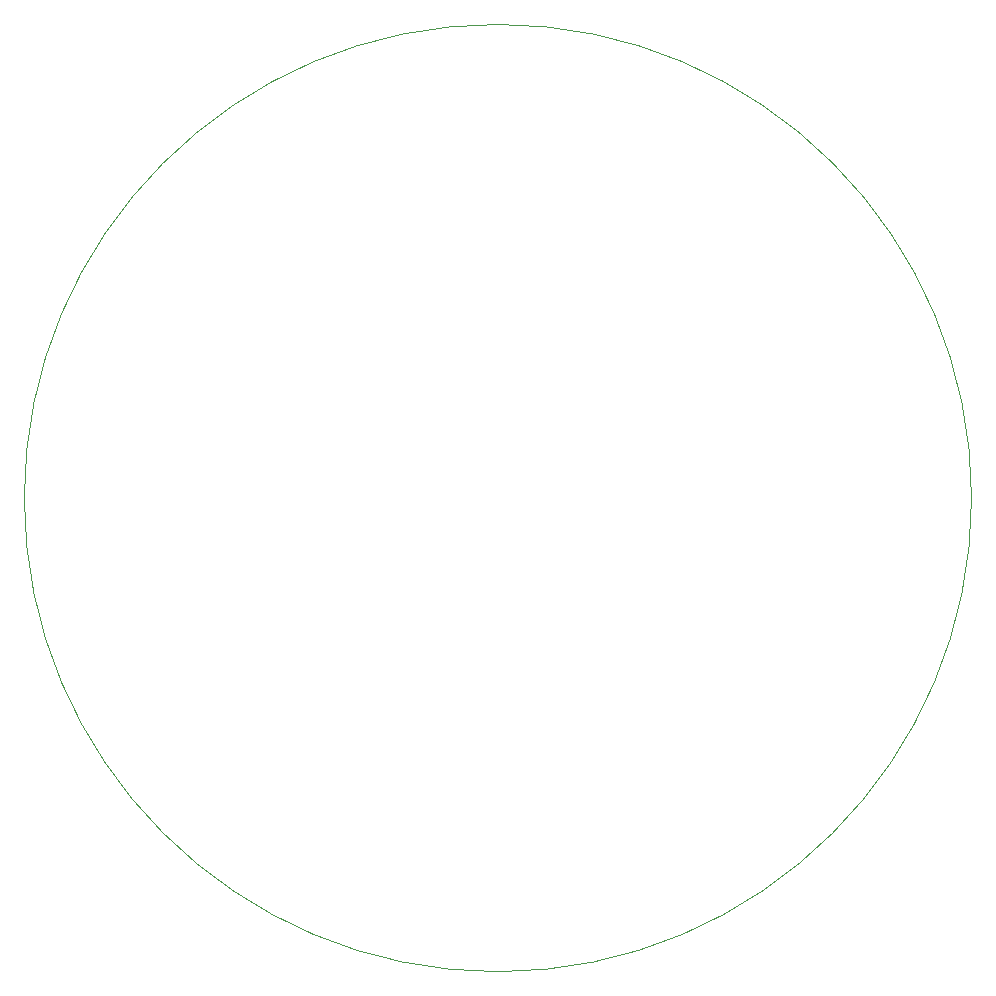
<source format=gm1>
G04 #@! TF.GenerationSoftware,KiCad,Pcbnew,7.0.9-unknown-1000.20231106gitacd7d5a.fc37*
G04 #@! TF.CreationDate,2023-12-21T17:06:49+11:00*
G04 #@! TF.ProjectId,2023-xmas-snowflake,32303233-2d78-46d6-9173-2d736e6f7766,rev?*
G04 #@! TF.SameCoordinates,Original*
G04 #@! TF.FileFunction,Profile,NP*
%FSLAX46Y46*%
G04 Gerber Fmt 4.6, Leading zero omitted, Abs format (unit mm)*
G04 Created by KiCad (PCBNEW 7.0.9-unknown-1000.20231106gitacd7d5a.fc37) date 2023-12-21 17:06:49*
%MOMM*%
%LPD*%
G01*
G04 APERTURE LIST*
G04 #@! TA.AperFunction,Profile*
%ADD10C,0.100000*%
G04 #@! TD*
G04 APERTURE END LIST*
D10*
X140100125Y-100000000D02*
G75*
G03*
X140100125Y-100000000I-40100125J0D01*
G01*
M02*

</source>
